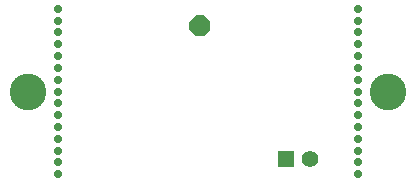
<source format=gbr>
G04 EAGLE Gerber RS-274X export*
G75*
%MOMM*%
%FSLAX34Y34*%
%LPD*%
%AMOC8*
5,1,8,0,0,1.08239X$1,22.5*%
G01*
%ADD10C,3.101600*%
%ADD11C,0.701600*%
%ADD12R,1.422400X1.422400*%
%ADD13C,1.422400*%
%ADD14P,1.924489X8X112.500000*%


D10*
X25400Y70231D03*
X330200Y70231D03*
D11*
X51000Y70231D03*
X51000Y80231D03*
X51000Y90231D03*
X51000Y100231D03*
X51000Y110231D03*
X51000Y120231D03*
X51000Y130231D03*
X51000Y140462D03*
X51000Y60231D03*
X51000Y50231D03*
X51000Y40231D03*
X51000Y30231D03*
X51000Y20231D03*
X51000Y10231D03*
X51000Y0D03*
X304600Y70231D03*
X304600Y80231D03*
X304600Y90231D03*
X304600Y100231D03*
X304600Y110231D03*
X304600Y120231D03*
X304600Y130231D03*
X304600Y140462D03*
X304600Y60231D03*
X304600Y50231D03*
X304600Y40231D03*
X304600Y30231D03*
X304600Y20231D03*
X304600Y10231D03*
X304600Y0D03*
D12*
X243656Y12700D03*
D13*
X263976Y12700D03*
D14*
X170942Y125476D03*
M02*

</source>
